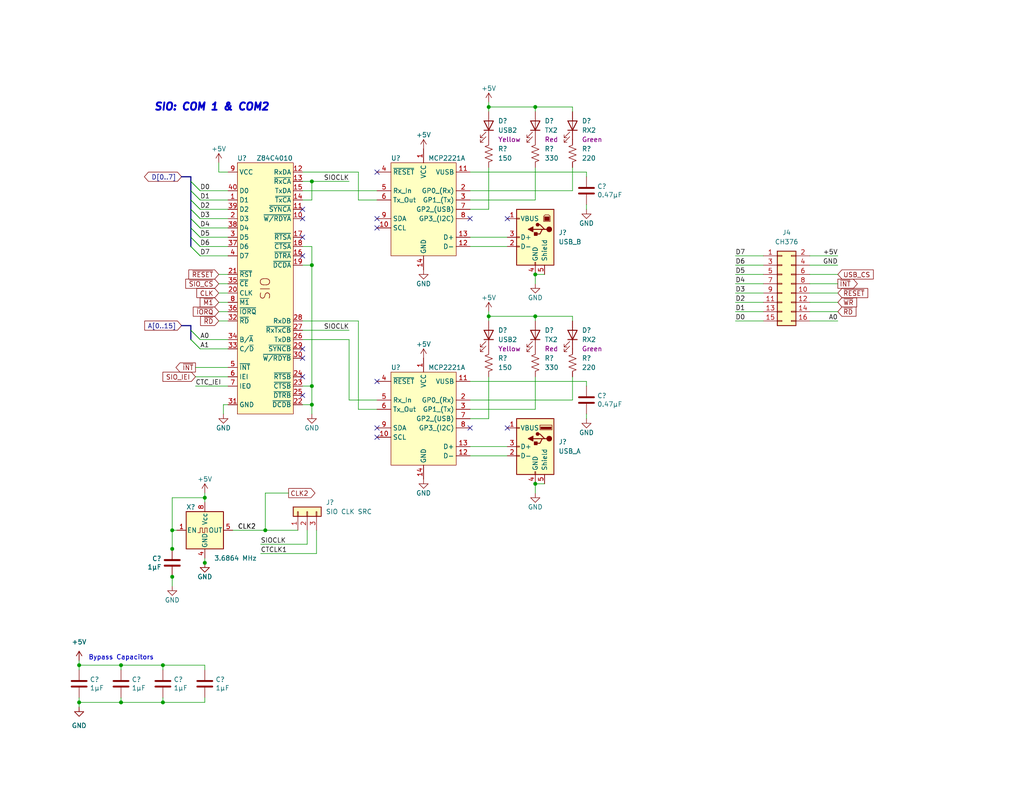
<source format=kicad_sch>
(kicad_sch (version 20230121) (generator eeschema)
  (paper "USLetter")
  (title_block (title "Main board with basic peripherals") (date "2023-08-26") (rev "2") (company "Frédéric Segard") (comment 1 "@microhobbyist") (comment 4 "A big thank you to John Winans, Grant Searle and Sergey Kiselev for their inspiration"))
  (lib_symbols
    (symbol "+5V_1" (power) (pin_names (offset 0))
      (property "Value" "+5V_1" (at 0 3.556 0))
      (symbol "+5V_1_1_1"
        (pin power_in line (at 0 0 90) (length 0) hide (name "+5V") (number "1"))
      )
    )
    (symbol "0_Library:MCP2221A"
      (property "Reference" "U" (at -10.16 1.27 0))
      (property "Value" "MCP2221A" (at 1.27 1.27 0))
      (symbol "MCP2221A_1_1"
        (pin power_in line (at 0 3.81 270) (length 3.81) (name "VCC") (number "1"))
        (pin bidirectional line (at -12.7 -17.78 0) (length 3.81) (name "SCL") (number "10"))
        (pin power_out line (at 12.7 -2.54 180) (length 3.81) (name "VUSB") (number "11"))
        (pin bidirectional line (at 12.7 -22.86 180) (length 3.81) (name "D-") (number "12"))
        (pin bidirectional line (at 12.7 -20.32 180) (length 3.81) (name "D+") (number "13"))
        (pin power_in line (at 0 -29.21 90) (length 3.81) (name "GND") (number "14"))
        (pin bidirectional line (at 12.7 -7.62 180) (length 3.81) (name "GP0_(Rx)") (number "2"))
        (pin bidirectional line (at 12.7 -10.16 180) (length 3.81) (name "GP1_(Tx)") (number "3"))
        (pin input line (at -12.7 -2.54 0) (length 3.81) (name "~{RESET}") (number "4"))
        (pin input line (at -12.7 -7.62 0) (length 3.81) (name "Rx_In") (number "5"))
        (pin output line (at -12.7 -10.16 0) (length 3.81) (name "Tx_Out") (number "6"))
        (pin bidirectional line (at 12.7 -12.7 180) (length 3.81) (name "GP2_(USB)") (number "7"))
        (pin bidirectional line (at 12.7 -15.24 180) (length 3.81) (name "GP3_(I2C)") (number "8"))
        (pin bidirectional line (at -12.7 -15.24 0) (length 3.81) (name "SDA") (number "9"))
      )
    )
    (symbol "0_Library:Z84C40xx SIO"
      (property "Reference" "U" (at -7.62 1.27 0))
      (property "Value" "Z84C40xx SIO" (at 1.27 1.27 0))
      (symbol "Z84C40xx SIO_0_0"
        (text "SIO" (at 0 -34.29 900) (effects (font (size 2.54 2.54))))
      )
      (symbol "Z84C40xx SIO_1_1"
        (pin bidirectional line (at -10.16 -10.16 0) (length 2.54) (name "D1") (number "1"))
        (pin output line (at 10.16 -15.24 180) (length 2.54) (name "~{W/RDYA}") (number "10"))
        (pin bidirectional line (at 10.16 -12.7 180) (length 2.54) (name "~{SYNCA}") (number "11"))
        (pin input line (at 10.16 -2.54 180) (length 2.54) (name "RxDA") (number "12"))
        (pin input line (at 10.16 -5.08 180) (length 2.54) (name "~{RxCA}") (number "13"))
        (pin input line (at 10.16 -10.16 180) (length 2.54) (name "~{TxCA}") (number "14"))
        (pin output line (at 10.16 -7.62 180) (length 2.54) (name "TxDA") (number "15"))
        (pin output line (at 10.16 -25.4 180) (length 2.54) (name "~{DTRA}") (number "16"))
        (pin output line (at 10.16 -20.32 180) (length 2.54) (name "~{RTSA}") (number "17"))
        (pin input line (at 10.16 -22.86 180) (length 2.54) (name "~{CTSA}") (number "18"))
        (pin input line (at 10.16 -27.94 180) (length 2.54) (name "~{DCDA}") (number "19"))
        (pin bidirectional line (at -10.16 -15.24 0) (length 2.54) (name "D3") (number "2"))
        (pin input line (at -10.16 -35.56 0) (length 2.54) (name "CLK") (number "20"))
        (pin input line (at -10.16 -30.48 0) (length 2.54) (name "~{RST}") (number "21"))
        (pin input line (at 10.16 -66.04 180) (length 2.54) (name "~{DCDB}") (number "22"))
        (pin input line (at 10.16 -60.96 180) (length 2.54) (name "~{CTSB}") (number "23"))
        (pin output line (at 10.16 -58.42 180) (length 2.54) (name "~{RTSB}") (number "24"))
        (pin output line (at 10.16 -63.5 180) (length 2.54) (name "~{DTRB}") (number "25"))
        (pin output line (at 10.16 -48.26 180) (length 2.54) (name "TxDB") (number "26"))
        (pin input line (at 10.16 -45.72 180) (length 2.54) (name "~{RxTxCB}") (number "27"))
        (pin input line (at 10.16 -43.18 180) (length 2.54) (name "RxDB") (number "28"))
        (pin bidirectional line (at 10.16 -50.8 180) (length 2.54) (name "~{SYNCB}") (number "29"))
        (pin bidirectional line (at -10.16 -20.32 0) (length 2.54) (name "D5") (number "3"))
        (pin output line (at 10.16 -53.34 180) (length 2.54) (name "~{W/RDYB}") (number "30"))
        (pin power_in line (at -10.16 -66.04 0) (length 2.54) (name "GND") (number "31"))
        (pin input line (at -10.16 -43.18 0) (length 2.54) (name "~{RD}") (number "32"))
        (pin input line (at -10.16 -50.8 0) (length 2.54) (name "C/~{D}") (number "33"))
        (pin input line (at -10.16 -48.26 0) (length 2.54) (name "B/~{A}") (number "34"))
        (pin input line (at -10.16 -33.02 0) (length 2.54) (name "~{CE}") (number "35"))
        (pin input line (at -10.16 -40.64 0) (length 2.54) (name "~{IORQ}") (number "36"))
        (pin bidirectional line (at -10.16 -22.86 0) (length 2.54) (name "D6") (number "37"))
        (pin bidirectional line (at -10.16 -17.78 0) (length 2.54) (name "D4") (number "38"))
        (pin bidirectional line (at -10.16 -12.7 0) (length 2.54) (name "D2") (number "39"))
        (pin bidirectional line (at -10.16 -25.4 0) (length 2.54) (name "D7") (number "4"))
        (pin bidirectional line (at -10.16 -7.62 0) (length 2.54) (name "D0") (number "40"))
        (pin open_collector line (at -10.16 -55.88 0) (length 2.54) (name "~{INT}") (number "5"))
        (pin input line (at -10.16 -58.42 0) (length 2.54) (name "IEI") (number "6"))
        (pin output line (at -10.16 -60.96 0) (length 2.54) (name "IEO") (number "7"))
        (pin input line (at -10.16 -38.1 0) (length 2.54) (name "~{M1}") (number "8"))
        (pin power_in line (at -10.16 -2.54 0) (length 2.54) (name "VCC") (number "9"))
      )
    )
    (symbol "Connector:USB_A" (pin_names (offset 1.016))
      (property "Reference" "J" (at -5.08 11.43 0))
      (property "Value" "USB_A" (at -5.08 8.89 0))
      (symbol "USB_A_1_1"
        (pin power_in line (at 7.62 5.08 180) (length 2.54) (name "VBUS") (number "1"))
        (pin bidirectional line (at 7.62 -2.54 180) (length 2.54) (name "D-") (number "2"))
        (pin bidirectional line (at 7.62 0 180) (length 2.54) (name "D+") (number "3"))
        (pin power_in line (at 0 -10.16 90) (length 2.54) (name "GND") (number "4"))
        (pin passive line (at -2.54 -10.16 90) (length 2.54) (name "Shield") (number "5"))
      )
    )
    (symbol "Connector:USB_B" (pin_names (offset 1.016))
      (property "Reference" "J" (at -5.08 11.43 0))
      (property "Value" "USB_B" (at -5.08 8.89 0))
      (symbol "USB_B_1_1"
        (pin power_out line (at 7.62 5.08 180) (length 2.54) (name "VBUS") (number "1"))
        (pin bidirectional line (at 7.62 -2.54 180) (length 2.54) (name "D-") (number "2"))
        (pin bidirectional line (at 7.62 0 180) (length 2.54) (name "D+") (number "3"))
        (pin power_out line (at 0 -10.16 90) (length 2.54) (name "GND") (number "4"))
        (pin passive line (at -2.54 -10.16 90) (length 2.54) (name "Shield") (number "5"))
      )
    )
    (symbol "Connector_Generic:Conn_01x03" (pin_names (offset 1.016) hide)
      (property "Reference" "J" (at 0 5.08 0))
      (property "Value" "Conn_01x03" (at 0 -5.08 0))
      (symbol "Conn_01x03_1_1"
        (pin passive line (at -5.08 2.54 0) (length 3.81) (name "Pin_1") (number "1"))
        (pin passive line (at -5.08 0 0) (length 3.81) (name "Pin_2") (number "2"))
        (pin passive line (at -5.08 -2.54 0) (length 3.81) (name "Pin_3") (number "3"))
      )
    )
    (symbol "Connector_Generic:Conn_02x08_Odd_Even" (pin_names (offset 1.016) hide)
      (property "Reference" "J" (at 1.27 10.16 0))
      (property "Value" "Conn_02x08_Odd_Even" (at 1.27 -12.7 0))
      (symbol "Conn_02x08_Odd_Even_1_1"
        (pin passive line (at -5.08 7.62 0) (length 3.81) (name "Pin_1") (number "1"))
        (pin passive line (at 7.62 -2.54 180) (length 3.81) (name "Pin_10") (number "10"))
        (pin passive line (at -5.08 -5.08 0) (length 3.81) (name "Pin_11") (number "11"))
        (pin passive line (at 7.62 -5.08 180) (length 3.81) (name "Pin_12") (number "12"))
        (pin passive line (at -5.08 -7.62 0) (length 3.81) (name "Pin_13") (number "13"))
        (pin passive line (at 7.62 -7.62 180) (length 3.81) (name "Pin_14") (number "14"))
        (pin passive line (at -5.08 -10.16 0) (length 3.81) (name "Pin_15") (number "15"))
        (pin passive line (at 7.62 -10.16 180) (length 3.81) (name "Pin_16") (number "16"))
        (pin passive line (at 7.62 7.62 180) (length 3.81) (name "Pin_2") (number "2"))
        (pin passive line (at -5.08 5.08 0) (length 3.81) (name "Pin_3") (number "3"))
        (pin passive line (at 7.62 5.08 180) (length 3.81) (name "Pin_4") (number "4"))
        (pin passive line (at -5.08 2.54 0) (length 3.81) (name "Pin_5") (number "5"))
        (pin passive line (at 7.62 2.54 180) (length 3.81) (name "Pin_6") (number "6"))
        (pin passive line (at -5.08 0 0) (length 3.81) (name "Pin_7") (number "7"))
        (pin passive line (at 7.62 0 180) (length 3.81) (name "Pin_8") (number "8"))
        (pin passive line (at -5.08 -2.54 0) (length 3.81) (name "Pin_9") (number "9"))
      )
    )
    (symbol "Device:C" (pin_numbers hide) (pin_names (offset 0.254))
      (property "Reference" "C" (at 0.635 2.54 0))
      (property "Value" "C" (at 0.635 -2.54 0))
      (symbol "C_1_1"
        (pin passive line (at 0 3.81 270) (length 2.794) (name "~") (number "1"))
        (pin passive line (at 0 -3.81 90) (length 2.794) (name "~") (number "2"))
      )
    )
    (symbol "Device:LED" (pin_numbers hide) (pin_names (offset 1.016) hide)
      (property "Reference" "D" (at 0 2.54 0))
      (property "Value" "LED" (at 0 -2.54 0))
      (symbol "LED_1_1"
        (pin passive line (at -3.81 0 0) (length 2.54) (name "K") (number "1"))
        (pin passive line (at 3.81 0 180) (length 2.54) (name "A") (number "2"))
      )
    )
    (symbol "Device:R_US" (pin_numbers hide) (pin_names (offset 0))
      (property "Reference" "R" (at 2.54 0 90))
      (property "Value" "R_US" (at -2.54 0 90))
      (symbol "R_US_1_1"
        (pin passive line (at 0 3.81 270) (length 1.27) (name "~") (number "1"))
        (pin passive line (at 0 -3.81 90) (length 1.27) (name "~") (number "2"))
      )
    )
    (symbol "GND_1" (power) (pin_names (offset 0))
      (property "Value" "GND_1" (at 0 -3.81 0))
      (symbol "GND_1_1_1"
        (pin power_in line (at 0 0 270) (length 0) hide (name "GND") (number "1"))
      )
    )
    (symbol "GND_2" (power) (pin_names (offset 0))
      (property "Value" "GND_2" (at 0 -3.81 0))
      (symbol "GND_2_1_1"
        (pin power_in line (at 0 0 270) (length 0) hide (name "GND") (number "1"))
      )
    )
    (symbol "Oscillator:CXO_DIP8" (pin_names (offset 0.254))
      (property "Reference" "X" (at -5.08 6.35 0))
      (property "Value" "CXO_DIP8" (at 1.27 -6.35 0))
      (symbol "CXO_DIP8_1_1"
        (pin input line (at -7.62 0 0) (length 2.54) (name "EN") (number "1"))
        (pin power_in line (at 0 -7.62 90) (length 2.54) (name "GND") (number "4"))
        (pin output line (at 7.62 0 180) (length 2.54) (name "OUT") (number "5"))
        (pin power_in line (at 0 7.62 270) (length 2.54) (name "Vcc") (number "8"))
      )
    )
  )
  (junction (at 133.35 29.21))
  (junction (at 85.09 105.41))
  (junction (at 21.59 191.77))
  (junction (at 44.45 191.77))
  (junction (at 146.05 132.08))
  (junction (at 44.45 181.61))
  (junction (at 21.59 181.61))
  (junction (at 146.05 86.36))
  (junction (at 46.99 149.86))
  (junction (at 146.05 74.93))
  (junction (at 55.88 135.89))
  (junction (at 46.99 144.78))
  (junction (at 133.35 86.36))
  (junction (at 85.09 110.49))
  (junction (at 72.39 144.78))
  (junction (at 146.05 29.21))
  (junction (at 85.09 72.39))
  (junction (at 33.02 191.77))
  (junction (at 46.99 157.48))
  (junction (at 85.09 49.53))
  (junction (at 55.88 153.67))
  (junction (at 33.02 181.61))
  (no_connect (at 102.87 59.69))
  (no_connect (at 82.55 69.85))
  (no_connect (at 102.87 116.84))
  (no_connect (at 82.55 102.87))
  (no_connect (at 82.55 57.15))
  (no_connect (at 82.55 64.77))
  (no_connect (at 128.27 116.84))
  (no_connect (at 82.55 97.79))
  (no_connect (at 82.55 95.25))
  (no_connect (at 128.27 59.69))
  (no_connect (at 102.87 119.38))
  (no_connect (at 102.87 62.23))
  (no_connect (at 82.55 107.95))
  (no_connect (at 138.43 116.84))
  (no_connect (at 102.87 104.14))
  (no_connect (at 138.43 59.69))
  (no_connect (at 82.55 59.69))
  (no_connect (at 102.87 46.99))
  (bus_entry (at 52.07 67.31) (size 2.54 2.54))
  (bus_entry (at 52.07 67.31) (size 2.54 2.54))
  (bus_entry (at 52.07 59.69) (size 2.54 2.54))
  (bus_entry (at 52.07 59.69) (size 2.54 2.54))
  (bus_entry (at 52.07 54.61) (size 2.54 2.54))
  (bus_entry (at 52.07 54.61) (size 2.54 2.54))
  (bus_entry (at 52.07 57.15) (size 2.54 2.54))
  (bus_entry (at 52.07 57.15) (size 2.54 2.54))
  (bus_entry (at 52.07 49.53) (size 2.54 2.54))
  (bus_entry (at 52.07 49.53) (size 2.54 2.54))
  (bus_entry (at 52.07 64.77) (size 2.54 2.54))
  (bus_entry (at 52.07 64.77) (size 2.54 2.54))
  (bus_entry (at 52.07 90.17) (size 2.54 2.54))
  (bus_entry (at 52.07 90.17) (size 2.54 2.54))
  (bus_entry (at 52.07 92.71) (size 2.54 2.54))
  (bus_entry (at 52.07 92.71) (size 2.54 2.54))
  (bus_entry (at 52.07 52.07) (size 2.54 2.54))
  (bus_entry (at 52.07 52.07) (size 2.54 2.54))
  (bus_entry (at 52.07 62.23) (size 2.54 2.54))
  (bus_entry (at 52.07 62.23) (size 2.54 2.54))
  (wire (pts (xy 160.02 48.26) (xy 160.02 46.99)))
  (wire (pts (xy 156.21 87.63) (xy 156.21 86.36)))
  (wire (pts (xy 160.02 105.41) (xy 160.02 104.14)))
  (wire (pts (xy 72.39 144.78) (xy 72.39 134.62)))
  (wire (pts (xy 54.61 95.25) (xy 62.23 95.25)))
  (wire (pts (xy 59.69 77.47) (xy 62.23 77.47)))
  (wire (pts (xy 46.99 144.78) (xy 48.26 144.78)))
  (wire (pts (xy 220.98 72.39) (xy 228.6 72.39)))
  (wire (pts (xy 53.34 105.41) (xy 62.23 105.41)))
  (wire (pts (xy 128.27 114.3) (xy 133.35 114.3)))
  (wire (pts (xy 85.09 67.31) (xy 85.09 72.39)))
  (wire (pts (xy 85.09 49.53) (xy 85.09 54.61)))
  (wire (pts (xy 82.55 67.31) (xy 85.09 67.31)))
  (wire (pts (xy 54.61 62.23) (xy 62.23 62.23)))
  (wire (pts (xy 156.21 52.07) (xy 128.27 52.07)))
  (wire (pts (xy 44.45 191.77) (xy 55.88 191.77)))
  (wire (pts (xy 71.12 151.13) (xy 86.36 151.13)))
  (wire (pts (xy 21.59 181.61) (xy 21.59 182.88)))
  (wire (pts (xy 156.21 86.36) (xy 146.05 86.36)))
  (wire (pts (xy 82.55 54.61) (xy 85.09 54.61)))
  (wire (pts (xy 102.87 111.76) (xy 97.79 111.76)))
  (wire (pts (xy 200.66 87.63) (xy 208.28 87.63)))
  (wire (pts (xy 146.05 74.93) (xy 146.05 77.47)))
  (wire (pts (xy 44.45 182.88) (xy 44.45 181.61)))
  (wire (pts (xy 33.02 190.5) (xy 33.02 191.77)))
  (wire (pts (xy 82.55 105.41) (xy 85.09 105.41)))
  (wire (pts (xy 55.88 182.88) (xy 55.88 181.61)))
  (wire (pts (xy 156.21 109.22) (xy 128.27 109.22)))
  (wire (pts (xy 60.96 110.49) (xy 60.96 113.03)))
  (wire (pts (xy 160.02 104.14) (xy 128.27 104.14)))
  (wire (pts (xy 156.21 30.48) (xy 156.21 29.21)))
  (wire (pts (xy 44.45 190.5) (xy 44.45 191.77)))
  (wire (pts (xy 72.39 134.62) (xy 78.74 134.62)))
  (wire (pts (xy 220.98 77.47) (xy 228.6 77.47)))
  (wire (pts (xy 146.05 86.36) (xy 133.35 86.36)))
  (wire (pts (xy 53.34 100.33) (xy 62.23 100.33)))
  (wire (pts (xy 54.61 54.61) (xy 62.23 54.61)))
  (bus (pts (xy 52.07 92.71) (xy 52.07 90.17)))
  (wire (pts (xy 160.02 57.15) (xy 160.02 55.88)))
  (bus (pts (xy 49.53 88.9) (xy 52.07 88.9)))
  (wire (pts (xy 55.88 181.61) (xy 44.45 181.61)))
  (wire (pts (xy 220.98 80.01) (xy 228.6 80.01)))
  (wire (pts (xy 133.35 102.87) (xy 133.35 114.3)))
  (wire (pts (xy 55.88 135.89) (xy 55.88 137.16)))
  (wire (pts (xy 200.66 85.09) (xy 208.28 85.09)))
  (wire (pts (xy 46.99 160.02) (xy 46.99 157.48)))
  (wire (pts (xy 160.02 46.99) (xy 128.27 46.99)))
  (wire (pts (xy 146.05 29.21) (xy 133.35 29.21)))
  (bus (pts (xy 52.07 64.77) (xy 52.07 62.23)))
  (wire (pts (xy 82.55 72.39) (xy 85.09 72.39)))
  (wire (pts (xy 85.09 49.53) (xy 95.25 49.53)))
  (wire (pts (xy 54.61 69.85) (xy 62.23 69.85)))
  (wire (pts (xy 71.12 148.59) (xy 83.82 148.59)))
  (wire (pts (xy 59.69 87.63) (xy 62.23 87.63)))
  (wire (pts (xy 54.61 57.15) (xy 62.23 57.15)))
  (wire (pts (xy 133.35 86.36) (xy 133.35 85.09)))
  (bus (pts (xy 52.07 59.69) (xy 52.07 57.15)))
  (wire (pts (xy 82.55 52.07) (xy 102.87 52.07)))
  (wire (pts (xy 146.05 111.76) (xy 128.27 111.76)))
  (wire (pts (xy 54.61 59.69) (xy 62.23 59.69)))
  (wire (pts (xy 72.39 144.78) (xy 81.28 144.78)))
  (wire (pts (xy 146.05 74.93) (xy 148.59 74.93)))
  (bus (pts (xy 52.07 57.15) (xy 52.07 54.61)))
  (wire (pts (xy 200.66 72.39) (xy 208.28 72.39)))
  (wire (pts (xy 55.88 135.89) (xy 46.99 135.89)))
  (wire (pts (xy 46.99 135.89) (xy 46.99 144.78)))
  (wire (pts (xy 44.45 181.61) (xy 33.02 181.61)))
  (wire (pts (xy 128.27 124.46) (xy 138.43 124.46)))
  (wire (pts (xy 33.02 181.61) (xy 21.59 181.61)))
  (bus (pts (xy 52.07 49.53) (xy 52.07 48.26)))
  (wire (pts (xy 146.05 132.08) (xy 148.59 132.08)))
  (wire (pts (xy 82.55 90.17) (xy 95.25 90.17)))
  (wire (pts (xy 146.05 54.61) (xy 128.27 54.61)))
  (wire (pts (xy 128.27 64.77) (xy 138.43 64.77)))
  (wire (pts (xy 82.55 49.53) (xy 85.09 49.53)))
  (wire (pts (xy 33.02 182.88) (xy 33.02 181.61)))
  (wire (pts (xy 128.27 67.31) (xy 138.43 67.31)))
  (wire (pts (xy 128.27 121.92) (xy 138.43 121.92)))
  (bus (pts (xy 49.53 48.26) (xy 52.07 48.26)))
  (wire (pts (xy 200.66 77.47) (xy 208.28 77.47)))
  (wire (pts (xy 54.61 52.07) (xy 62.23 52.07)))
  (wire (pts (xy 21.59 191.77) (xy 33.02 191.77)))
  (wire (pts (xy 156.21 29.21) (xy 146.05 29.21)))
  (bus (pts (xy 52.07 67.31) (xy 52.07 64.77)))
  (wire (pts (xy 54.61 64.77) (xy 62.23 64.77)))
  (wire (pts (xy 63.5 144.78) (xy 72.39 144.78)))
  (wire (pts (xy 133.35 45.72) (xy 133.35 57.15)))
  (wire (pts (xy 59.69 82.55) (xy 62.23 82.55)))
  (wire (pts (xy 21.59 190.5) (xy 21.59 191.77)))
  (wire (pts (xy 220.98 82.55) (xy 228.6 82.55)))
  (bus (pts (xy 52.07 54.61) (xy 52.07 52.07)))
  (wire (pts (xy 200.66 74.93) (xy 208.28 74.93)))
  (wire (pts (xy 59.69 85.09) (xy 62.23 85.09)))
  (wire (pts (xy 46.99 144.78) (xy 46.99 149.86)))
  (wire (pts (xy 146.05 102.87) (xy 146.05 111.76)))
  (wire (pts (xy 85.09 72.39) (xy 85.09 105.41)))
  (wire (pts (xy 220.98 74.93) (xy 228.6 74.93)))
  (wire (pts (xy 146.05 45.72) (xy 146.05 54.61)))
  (wire (pts (xy 82.55 110.49) (xy 85.09 110.49)))
  (wire (pts (xy 82.55 46.99) (xy 97.79 46.99)))
  (wire (pts (xy 59.69 80.01) (xy 62.23 80.01)))
  (wire (pts (xy 83.82 148.59) (xy 83.82 144.78)))
  (wire (pts (xy 200.66 80.01) (xy 208.28 80.01)))
  (wire (pts (xy 128.27 57.15) (xy 133.35 57.15)))
  (wire (pts (xy 86.36 151.13) (xy 86.36 144.78)))
  (wire (pts (xy 95.25 92.71) (xy 82.55 92.71)))
  (wire (pts (xy 85.09 110.49) (xy 85.09 113.03)))
  (wire (pts (xy 55.88 190.5) (xy 55.88 191.77)))
  (wire (pts (xy 62.23 110.49) (xy 60.96 110.49)))
  (wire (pts (xy 59.69 44.45) (xy 59.69 46.99)))
  (wire (pts (xy 21.59 180.34) (xy 21.59 181.61)))
  (wire (pts (xy 53.34 102.87) (xy 62.23 102.87)))
  (wire (pts (xy 200.66 69.85) (xy 208.28 69.85)))
  (bus (pts (xy 52.07 90.17) (xy 52.07 88.9)))
  (bus (pts (xy 52.07 62.23) (xy 52.07 59.69)))
  (wire (pts (xy 55.88 153.67) (xy 55.88 152.4)))
  (wire (pts (xy 156.21 45.72) (xy 156.21 52.07)))
  (bus (pts (xy 52.07 52.07) (xy 52.07 49.53)))
  (wire (pts (xy 97.79 46.99) (xy 97.79 54.61)))
  (wire (pts (xy 95.25 109.22) (xy 102.87 109.22)))
  (wire (pts (xy 54.61 67.31) (xy 62.23 67.31)))
  (wire (pts (xy 82.55 87.63) (xy 97.79 87.63)))
  (wire (pts (xy 156.21 102.87) (xy 156.21 109.22)))
  (wire (pts (xy 85.09 105.41) (xy 85.09 110.49)))
  (wire (pts (xy 220.98 87.63) (xy 228.6 87.63)))
  (wire (pts (xy 220.98 85.09) (xy 228.6 85.09)))
  (wire (pts (xy 133.35 87.63) (xy 133.35 86.36)))
  (wire (pts (xy 146.05 87.63) (xy 146.05 86.36)))
  (wire (pts (xy 220.98 69.85) (xy 228.6 69.85)))
  (wire (pts (xy 62.23 46.99) (xy 59.69 46.99)))
  (wire (pts (xy 33.02 191.77) (xy 44.45 191.77)))
  (wire (pts (xy 133.35 29.21) (xy 133.35 27.94)))
  (wire (pts (xy 55.88 134.62) (xy 55.88 135.89)))
  (wire (pts (xy 146.05 132.08) (xy 146.05 134.62)))
  (wire (pts (xy 97.79 87.63) (xy 97.79 111.76)))
  (wire (pts (xy 133.35 30.48) (xy 133.35 29.21)))
  (wire (pts (xy 54.61 92.71) (xy 62.23 92.71)))
  (wire (pts (xy 146.05 30.48) (xy 146.05 29.21)))
  (wire (pts (xy 59.69 74.93) (xy 62.23 74.93)))
  (wire (pts (xy 21.59 191.77) (xy 21.59 193.04)))
  (wire (pts (xy 102.87 54.61) (xy 97.79 54.61)))
  (wire (pts (xy 95.25 109.22) (xy 95.25 92.71)))
  (wire (pts (xy 160.02 114.3) (xy 160.02 113.03)))
  (wire (pts (xy 200.66 82.55) (xy 208.28 82.55)))
  (text "SIO: COM 1 & COM2" (at 41.91 30.48 0) (effects (font (size 2 2) (thickness 0.508) bold italic) (justify left bottom)))
  (text "Bypass Capacitors" (at 24.13 180.34 0) (effects (font (size 1.27 1.27)) (justify left bottom)))
  (text "Bypass Capacitors" (at 24.13 180.34 0) (effects (font (size 1.27 1.27)) (justify left bottom)))
  (label "CTC_IEI" (at 53.34 105.41 0))
  (label "GND" (at 228.6 72.39 180))
  (label "CTCLK1" (at 71.12 151.13 0))
  (label "SIOCLK" (at 71.12 148.59 0))
  (label "CLK2" (at 69.85 144.78 180))
  (label "D5" (at 54.61 64.77 0))
  (label "A1" (at 54.61 95.25 0))
  (label "D2" (at 200.66 82.55 0))
  (label "SIOCLK" (at 95.25 49.53 180))
  (label "D1" (at 54.61 54.61 0))
  (label "SIOCLK" (at 95.25 90.17 180))
  (label "A0" (at 54.61 92.71 0))
  (label "D0" (at 200.66 87.63 0))
  (label "D4" (at 200.66 77.47 0))
  (label "D6" (at 200.66 72.39 0))
  (label "+5V" (at 228.6 69.85 180))
  (label "D6" (at 54.61 67.31 0))
  (label "D0" (at 54.61 52.07 0))
  (label "A0" (at 228.6 87.63 180))
  (label "CLK2" (at 69.85 144.78 180))
  (label "D1" (at 200.66 85.09 0))
  (label "D3" (at 54.61 59.69 0))
  (label "D5" (at 200.66 74.93 0))
  (label "D4" (at 54.61 62.23 0))
  (label "D3" (at 200.66 80.01 0))
  (label "D7" (at 54.61 69.85 0))
  (label "D2" (at 54.61 57.15 0))
  (label "D7" (at 200.66 69.85 0))
  (global_label "~{RESET}" (shape input) (at 228.6 80.01 0) (property "Intersheetrefs" "${INTERSHEET_REFS}" (effects hide)))
  (global_label "USB_CS" (shape input) (at 228.6 74.93 0) (property "Intersheetrefs" "${INTERSHEET_REFS}" (effects hide)))
  (global_label "~{SIO_CS}" (shape input) (at 59.69 77.47 180) (property "Intersheetrefs" "${INTERSHEET_REFS}" (effects hide)))
  (global_label "~{INT}" (shape output) (at 228.6 77.47 0) (property "Intersheetrefs" "${INTERSHEET_REFS}" (effects hide)))
  (global_label "~{RD}" (shape input) (at 228.6 85.09 0) (property "Intersheetrefs" "${INTERSHEET_REFS}" (effects hide)))
  (global_label "CLK" (shape input) (at 59.69 80.01 180) (property "Intersheetrefs" "${INTERSHEET_REFS}" (effects hide)))
  (global_label "~{RESET}" (shape input) (at 59.69 74.93 180) (property "Intersheetrefs" "${INTERSHEET_REFS}" (effects hide)))
  (global_label "SIO_IEI" (shape input) (at 53.34 102.87 180) (property "Intersheetrefs" "${INTERSHEET_REFS}" (effects hide)))
  (global_label "~{INT}" (shape output) (at 53.34 100.33 180) (property "Intersheetrefs" "${INTERSHEET_REFS}" (effects hide)))
  (global_label "CLK2" (shape output) (at 78.74 134.62 0) (property "Intersheetrefs" "${INTERSHEET_REFS}" (effects hide)))
  (global_label "~{M1}" (shape input) (at 59.69 82.55 180) (property "Intersheetrefs" "${INTERSHEET_REFS}" (effects hide)))
  (global_label "~{RD}" (shape input) (at 59.69 87.63 180) (property "Intersheetrefs" "${INTERSHEET_REFS}" (effects hide)))
  (global_label "~{WR}" (shape input) (at 228.6 82.55 0) (property "Intersheetrefs" "${INTERSHEET_REFS}" (effects hide)))
  (global_label "~{IORQ}" (shape input) (at 59.69 85.09 180) (property "Intersheetrefs" "${INTERSHEET_REFS}" (effects hide)))
  (global_label "A[0..15]" (shape input) (at 49.53 88.9 180) (property "Intersheetrefs" "${INTERSHEET_REFS}" (effects hide)))
  (global_label "D[0..7]" (shape bidirectional) (at 49.53 48.26 180) (property "Intersheetrefs" "${INTERSHEET_REFS}" (effects hide)))
  (symbol (lib_id "Device:C") (at 21.59 186.69 0) (unit 1)
    (property "Reference" "C?" (at 24.511 185.5216 0) (effects (justify left)))
    (property "Value" "1µF" (at 24.511 187.833 0) (effects (justify left)))
    (property "Footprint" "Capacitor_THT:C_Disc_D3.0mm_W1.6mm_P2.50mm" (effects hide))
    (instances (project "1 - Main CPU board with basic peripherals (rev5)" (path "" (reference "C?") (unit 1))) (project "2 - CPU and memory card with the essential peripherals" (path "" (reference "C?") (unit 1))) (project "3 - Quad Serial card v3" (path "" (reference "C?") (unit 1)) (path "" (reference "C?") (unit 1))) (project "1 - Main CPU board with basic peripherals (rev6)" (path "" (reference "C14") (unit 1))))
  )
  (symbol (lib_id "Device:C") (at 46.99 153.67 0) (mirror y) (unit 1)
    (property "Reference" "C?" (at 44.069 152.5016 0) (effects (justify left)))
    (property "Value" "1µF" (at 44.069 154.813 0) (effects (justify left)))
    (property "Footprint" "Capacitor_THT:C_Disc_D3.0mm_W1.6mm_P2.50mm" (effects hide))
    (instances (project "1 - Main CPU board with basic peripherals (rev5)" (path "" (reference "C?") (unit 1))) (project "1 - Main CPU card with CTC, SIO and PIO" (path "" (reference "C?") (unit 1))) (project "0 - Card edge backplane v2" (path "" (reference "C?") (unit 1))) (project "1 - Main CPU board with basic peripherals (rev6)" (path "" (reference "C?") (unit 1)) (path "" (reference "C12") (unit 1))))
  )
  (symbol (lib_id "Device:R_US") (at 156.21 41.91 0) (mirror x) (unit 1)
    (property "Reference" "R?" (at 158.75 40.64 0) (effects (justify left)))
    (property "Value" "220" (at 158.75 43.18 0) (effects (justify left)))
    (property "Footprint" "Resistor_THT:R_Axial_DIN0207_L6.3mm_D2.5mm_P10.16mm_Horizontal" (effects hide))
    (instances (project "1 - Main CPU board with basic peripherals (rev5)" (path "" (reference "R?") (unit 1))) (project "1 - Main CPU card with CTC, SIO and PIO" (path "" (reference "R?") (unit 1)) (path "" (reference "R?") (unit 1))) (project "0 - Card edge backplane v2" (path "" (reference "R?") (unit 1))) (project "1 - Main CPU board with basic peripherals (rev6)" (path "" (reference "R3") (unit 1))))
  )
  (symbol (lib_name "GND_1") (lib_id "power:GND") (at 160.02 57.15 0) (unit 1)
    (property "Reference" "#PWR?" (effects hide))
    (property "Value" "GND" (at 160.02 60.96 0))
    (instances (project "1 - Main CPU board with basic peripherals (rev5)" (path "" (reference "#PWR?") (unit 1))) (project "2 - CPU and memory card with the essential peripherals" (path "" (reference "#PWR?") (unit 1))) (project "3 - Quad Serial card v3" (path "" (reference "#PWR?") (unit 1)) (path "" (reference "#PWR?") (unit 1)) (path "" (reference "#PWR?") (unit 1))) (project "1 - Main CPU board with basic peripherals (rev6)" (path "" (reference "#PWR035") (unit 1))))
  )
  (symbol (lib_name "+5V_1") (lib_id "power:+5V") (at 21.59 180.34 0) (unit 1)
    (property "Reference" "#PWR?" (effects hide))
    (property "Value" "+5V" (at 21.59 175.26 0))
    (instances (project "1 - Main CPU board with basic peripherals (rev5)" (path "" (reference "#PWR?") (unit 1))) (project "2 - CPU and memory card with the essential peripherals" (path "" (reference "#PWR?") (unit 1))) (project "3 - Quad Serial card v3" (path "" (reference "#PWR?") (unit 1)) (path "" (reference "#PWR?") (unit 1))) (project "1 - Main CPU board with basic peripherals (rev6)" (path "" (reference "#PWR050") (unit 1))))
  )
  (symbol (lib_id "0_Library:MCP2221A") (at 115.57 44.45 0) (unit 1)
    (property "Reference" "U?" (at 106.68 43.18 0) (effects (justify left)))
    (property "Value" "MCP2221A" (at 116.84 43.18 0) (effects (justify left)))
    (property "Footprint" "Package_DIP:DIP-14_W7.62mm_Socket" (effects hide))
    (property "Datasheet" "https://ww1.microchip.com/downloads/aemDocuments/documents/APID/ProductDocuments/DataSheets/MCP2221A-Data-Sheet-20005565E.pdf" (effects hide))
    (instances (project "1 - Main CPU board with basic peripherals (rev5)" (path "" (reference "U?") (unit 1))) (project "1 - Main CPU board with basic peripherals (rev6)" (path "" (reference "U11") (unit 1))))
  )
  (symbol (lib_id "Device:LED") (at 133.35 91.44 270) (mirror x) (unit 1)
    (property "Reference" "D?" (at 135.89 90.17 90) (effects (justify left)))
    (property "Value" "USB2" (at 135.89 92.71 90) (effects (justify left)))
    (property "Footprint" "LED_THT:LED_D3.0mm_Horizontal_O1.27mm_Z2.0mm_Clear" (effects hide))
    (property "Color" "Yellow" (at 135.89 95.25 90) (effects (justify left)))
    (instances (project "1 - Main CPU board with basic peripherals (rev5)" (path "" (reference "D?") (unit 1))) (project "1 - Main CPU card with CTC, SIO and PIO" (path "" (reference "D?") (unit 1)) (path "" (reference "D?") (unit 1))) (project "0 - Card edge backplane v2" (path "" (reference "D?") (unit 1))) (project "1 - Main CPU board with basic peripherals (rev6)" (path "" (reference "D4") (unit 1))))
  )
  (symbol (lib_name "GND_1") (lib_id "power:GND") (at 146.05 77.47 0) (mirror y) (unit 1)
    (property "Reference" "#PWR?" (effects hide))
    (property "Value" "GND" (at 146.05 81.28 0))
    (instances (project "1 - Main CPU board with basic peripherals (rev5)" (path "" (reference "#PWR?") (unit 1))) (project "2 - CPU and memory card with the essential peripherals" (path "" (reference "#PWR?") (unit 1))) (project "3 - Quad Serial card v3" (path "" (reference "#PWR?") (unit 1)) (path "" (reference "#PWR?") (unit 1)) (path "" (reference "#PWR?") (unit 1))) (project "1 - Main CPU board with basic peripherals (rev6)" (path "" (reference "#PWR037") (unit 1))))
  )
  (symbol (lib_id "0_Library:MCP2221A") (at 115.57 101.6 0) (unit 1)
    (property "Reference" "U?" (at 106.68 100.33 0) (effects (justify left)))
    (property "Value" "MCP2221A" (at 116.84 100.33 0) (effects (justify left)))
    (property "Footprint" "Package_DIP:DIP-14_W7.62mm_Socket" (effects hide))
    (property "Datasheet" "https://ww1.microchip.com/downloads/aemDocuments/documents/APID/ProductDocuments/DataSheets/MCP2221A-Data-Sheet-20005565E.pdf" (effects hide))
    (instances (project "1 - Main CPU board with basic peripherals (rev5)" (path "" (reference "U?") (unit 1))) (project "1 - Main CPU board with basic peripherals (rev6)" (path "" (reference "U13") (unit 1))))
  )
  (symbol (lib_id "Device:LED") (at 133.35 34.29 270) (mirror x) (unit 1)
    (property "Reference" "D?" (at 135.89 33.02 90) (effects (justify left)))
    (property "Value" "USB2" (at 135.89 35.56 90) (effects (justify left)))
    (property "Footprint" "LED_THT:LED_D3.0mm_Horizontal_O1.27mm_Z2.0mm_Clear" (effects hide))
    (property "Color" "Yellow" (at 135.89 38.1 90) (effects (justify left)))
    (instances (project "1 - Main CPU board with basic peripherals (rev5)" (path "" (reference "D?") (unit 1))) (project "1 - Main CPU card with CTC, SIO and PIO" (path "" (reference "D?") (unit 1)) (path "" (reference "D?") (unit 1))) (project "0 - Card edge backplane v2" (path "" (reference "D?") (unit 1))) (project "1 - Main CPU board with basic peripherals (rev6)" (path "" (reference "D1") (unit 1))))
  )
  (symbol (lib_id "Device:LED") (at 146.05 34.29 270) (mirror x) (unit 1)
    (property "Reference" "D?" (at 148.59 33.02 90) (effects (justify left)))
    (property "Value" "TX2" (at 148.59 35.56 90) (effects (justify left)))
    (property "Footprint" "LED_THT:LED_D3.0mm_Horizontal_O1.27mm_Z2.0mm_Clear" (effects hide))
    (property "Color" "Red" (at 148.59 38.1 90) (effects (justify left)))
    (instances (project "1 - Main CPU board with basic peripherals (rev5)" (path "" (reference "D?") (unit 1))) (project "1 - Main CPU card with CTC, SIO and PIO" (path "" (reference "D?") (unit 1)) (path "" (reference "D?") (unit 1))) (project "0 - Card edge backplane v2" (path "" (reference "D?") (unit 1))) (project "1 - Main CPU board with basic peripherals (rev6)" (path "" (reference "D2") (unit 1))))
  )
  (symbol (lib_name "GND_2") (lib_id "power:GND") (at 46.99 160.02 0) (unit 1)
    (property "Reference" "#PWR?" (effects hide))
    (property "Value" "GND" (at 46.99 163.83 0))
    (instances (project "1 - Main CPU board with basic peripherals (rev5)" (path "" (reference "#PWR?") (unit 1))) (project "1 - ATX 16 bit ISA passive backplane" (path "" (reference "#PWR?") (unit 1))) (project "1 - Main CPU board with basic peripherals (rev6)" (path "" (reference "#PWR?") (unit 1)) (path "" (reference "#PWR049") (unit 1))))
  )
  (symbol (lib_name "GND_1") (lib_id "power:GND") (at 115.57 73.66 0) (unit 1)
    (property "Reference" "#PWR?" (effects hide))
    (property "Value" "GND" (at 115.57 77.47 0))
    (instances (project "1 - Main CPU board with basic peripherals (rev5)" (path "" (reference "#PWR?") (unit 1))) (project "2 - CPU and memory card with the essential peripherals" (path "" (reference "#PWR?") (unit 1))) (project "3 - Quad Serial card v3" (path "" (reference "#PWR?") (unit 1)) (path "" (reference "#PWR?") (unit 1)) (path "" (reference "#PWR?") (unit 1))) (project "1 - Main CPU board with basic peripherals (rev6)" (path "" (reference "#PWR036") (unit 1))))
  )
  (symbol (lib_id "Connector_Generic:Conn_01x03") (at 83.82 139.7 90) (unit 1)
    (property "Reference" "J?" (at 88.9 137.16 90) (effects (justify right)))
    (property "Value" "SIO CLK SRC" (at 88.9 139.7 90) (effects (justify right)))
    (property "Footprint" "Connector_PinHeader_2.54mm:PinHeader_1x03_P2.54mm_Vertical" (effects hide))
    (instances (project "1 - Main CPU board with basic peripherals (rev5)" (path "" (reference "J?") (unit 1))) (project "1 - Main CPU board with basic peripherals (rev6)" (path "" (reference "J3") (unit 1))))
  )
  (symbol (lib_id "Connector:USB_B") (at 146.05 64.77 0) (mirror y) (unit 1)
    (property "Reference" "J?" (at 152.4 63.5 0) (effects (justify right)))
    (property "Value" "USB_B" (at 152.4 66.04 0) (effects (justify right)))
    (property "Footprint" "Connector_USB:USB_B_Lumberg_2411_02_Horizontal" (effects hide))
    (property "Datasheet" " ~" (effects hide))
    (instances (project "1 - Main CPU board with basic peripherals (rev5)" (path "" (reference "J?") (unit 1))) (project "1 - Main CPU board with basic peripherals (rev6)" (path "" (reference "J1") (unit 1))))
  )
  (symbol (lib_id "Oscillator:CXO_DIP8") (at 55.88 144.78 0) (unit 1)
    (property "Reference" "X?" (at 52.07 138.43 0))
    (property "Value" "3.6864 MHz" (at 58.42 152.4 0) (effects (justify left)))
    (property "Footprint" "0_Library:DIP-8-4_W7.62mm_Oscillator_Socket" (effects hide))
    (property "Datasheet" "http://cdn-reichelt.de/documents/datenblatt/B400/OSZI.pdf" (effects hide))
    (instances (project "1 - Main CPU board with basic peripherals (rev5)" (path "" (reference "X?") (unit 1))) (project "1 - Main CPU card with CTC, SIO and PIO" (path "" (reference "X?") (unit 1))) (project "0 - Card edge backplane v2" (path "" (reference "X?") (unit 1))) (project "1 - Main CPU board with basic peripherals (rev6)" (path "" (reference "X?") (unit 1)) (path "" (reference "X2") (unit 1))))
  )
  (symbol (lib_id "Device:C") (at 33.02 186.69 0) (unit 1)
    (property "Reference" "C?" (at 35.941 185.5216 0) (effects (justify left)))
    (property "Value" "1µF" (at 35.941 187.833 0) (effects (justify left)))
    (property "Footprint" "Capacitor_THT:C_Disc_D3.0mm_W1.6mm_P2.50mm" (effects hide))
    (instances (project "1 - Main CPU board with basic peripherals (rev5)" (path "" (reference "C?") (unit 1))) (project "2 - CPU and memory card with the essential peripherals" (path "" (reference "C?") (unit 1))) (project "3 - Quad Serial card v3" (path "" (reference "C?") (unit 1)) (path "" (reference "C?") (unit 1))) (project "1 - Main CPU board with basic peripherals (rev6)" (path "" (reference "C15") (unit 1))))
  )
  (symbol (lib_id "Device:LED") (at 146.05 91.44 270) (mirror x) (unit 1)
    (property "Reference" "D?" (at 148.59 90.17 90) (effects (justify left)))
    (property "Value" "TX2" (at 148.59 92.71 90) (effects (justify left)))
    (property "Footprint" "LED_THT:LED_D3.0mm_Horizontal_O1.27mm_Z2.0mm_Clear" (effects hide))
    (property "Color" "Red" (at 148.59 95.25 90) (effects (justify left)))
    (instances (project "1 - Main CPU board with basic peripherals (rev5)" (path "" (reference "D?") (unit 1))) (project "1 - Main CPU card with CTC, SIO and PIO" (path "" (reference "D?") (unit 1)) (path "" (reference "D?") (unit 1))) (project "0 - Card edge backplane v2" (path "" (reference "D?") (unit 1))) (project "1 - Main CPU board with basic peripherals (rev6)" (path "" (reference "D5") (unit 1))))
  )
  (symbol (lib_id "Device:C") (at 160.02 109.22 0) (unit 1)
    (property "Reference" "C?" (at 162.941 108.0516 0) (effects (justify left)))
    (property "Value" "0.47µF" (at 162.941 110.363 0) (effects (justify left)))
    (property "Footprint" "Capacitor_THT:C_Disc_D3.0mm_W1.6mm_P2.50mm" (effects hide))
    (instances (project "1 - Main CPU board with basic peripherals (rev5)" (path "" (reference "C?") (unit 1))) (project "2 - CPU and memory card with the essential peripherals" (path "" (reference "C?") (unit 1))) (project "3 - Quad Serial card v3" (path "" (reference "C?") (unit 1)) (path "" (reference "C?") (unit 1))) (project "1 - Main CPU board with basic peripherals (rev6)" (path "" (reference "C11") (unit 1))))
  )
  (symbol (lib_id "Connector:USB_A") (at 146.05 121.92 0) (mirror y) (unit 1)
    (property "Reference" "J?" (at 152.4 120.65 0) (effects (justify right)))
    (property "Value" "USB_A" (at 152.4 123.19 0) (effects (justify right)))
    (property "Footprint" "Connector_USB:USB_A_Stewart_SS-52100-001_Horizontal" (effects hide))
    (property "Datasheet" " ~" (effects hide))
    (instances (project "1 - Main CPU board with basic peripherals (rev5)" (path "" (reference "J?") (unit 1))) (project "1 - Main CPU board with basic peripherals (rev6)" (path "" (reference "J2") (unit 1))))
  )
  (symbol (lib_id "Device:C") (at 44.45 186.69 0) (unit 1)
    (property "Reference" "C?" (at 47.371 185.5216 0) (effects (justify left)))
    (property "Value" "1µF" (at 47.371 187.833 0) (effects (justify left)))
    (property "Footprint" "Capacitor_THT:C_Disc_D3.0mm_W1.6mm_P2.50mm" (effects hide))
    (instances (project "1 - Main CPU board with basic peripherals (rev5)" (path "" (reference "C?") (unit 1))) (project "2 - CPU and memory card with the essential peripherals" (path "" (reference "C?") (unit 1))) (project "3 - Quad Serial card v3" (path "" (reference "C?") (unit 1)) (path "" (reference "C?") (unit 1))) (project "1 - Main CPU board with basic peripherals (rev6)" (path "" (reference "C16") (unit 1))))
  )
  (symbol (lib_id "Device:LED") (at 156.21 34.29 270) (mirror x) (unit 1)
    (property "Reference" "D?" (at 158.75 33.02 90) (effects (justify left)))
    (property "Value" "RX2" (at 158.75 35.56 90) (effects (justify left)))
    (property "Footprint" "LED_THT:LED_D3.0mm_Horizontal_O1.27mm_Z2.0mm_Clear" (effects hide))
    (property "Color" "Green" (at 158.75 38.1 90) (effects (justify left)))
    (instances (project "1 - Main CPU board with basic peripherals (rev5)" (path "" (reference "D?") (unit 1))) (project "1 - Main CPU card with CTC, SIO and PIO" (path "" (reference "D?") (unit 1)) (path "" (reference "D?") (unit 1))) (project "0 - Card edge backplane v2" (path "" (reference "D?") (unit 1))) (project "1 - Main CPU board with basic peripherals (rev6)" (path "" (reference "D3") (unit 1))))
  )
  (symbol (lib_name "+5V_1") (lib_id "power:+5V") (at 115.57 97.79 0) (unit 1)
    (property "Reference" "#PWR?" (effects hide))
    (property "Value" "+5V" (at 115.57 93.98 0))
    (instances (project "1 - Main CPU board with basic peripherals (rev5)" (path "" (reference "#PWR?") (unit 1))) (project "2 - CPU and memory card with the essential peripherals" (path "" (reference "#PWR?") (unit 1))) (project "3 - Quad Serial card v3" (path "" (reference "#PWR?") (unit 1)) (path "" (reference "#PWR?") (unit 1))) (project "1 - Main CPU board with basic peripherals (rev6)" (path "" (reference "#PWR039") (unit 1))))
  )
  (symbol (lib_id "Device:R_US") (at 133.35 99.06 0) (mirror x) (unit 1)
    (property "Reference" "R?" (at 135.89 97.79 0) (effects (justify left)))
    (property "Value" "150" (at 135.89 100.33 0) (effects (justify left)))
    (property "Footprint" "Resistor_THT:R_Axial_DIN0207_L6.3mm_D2.5mm_P10.16mm_Horizontal" (effects hide))
    (instances (project "1 - Main CPU board with basic peripherals (rev5)" (path "" (reference "R?") (unit 1))) (project "1 - Main CPU card with CTC, SIO and PIO" (path "" (reference "R?") (unit 1)) (path "" (reference "R?") (unit 1))) (project "0 - Card edge backplane v2" (path "" (reference "R?") (unit 1))) (project "1 - Main CPU board with basic peripherals (rev6)" (path "" (reference "R4") (unit 1))))
  )
  (symbol (lib_name "GND_1") (lib_id "power:GND") (at 160.02 114.3 0) (unit 1)
    (property "Reference" "#PWR?" (effects hide))
    (property "Value" "GND" (at 160.02 118.11 0))
    (instances (project "1 - Main CPU board with basic peripherals (rev5)" (path "" (reference "#PWR?") (unit 1))) (project "2 - CPU and memory card with the essential peripherals" (path "" (reference "#PWR?") (unit 1))) (project "3 - Quad Serial card v3" (path "" (reference "#PWR?") (unit 1)) (path "" (reference "#PWR?") (unit 1)) (path "" (reference "#PWR?") (unit 1))) (project "1 - Main CPU board with basic peripherals (rev6)" (path "" (reference "#PWR042") (unit 1))))
  )
  (symbol (lib_id "Device:C") (at 46.99 153.67 0) (mirror y) (unit 1)
    (property "Reference" "C?" (at 44.069 152.5016 0) (effects (justify left)))
    (property "Value" "1µF" (at 44.069 154.813 0) (effects (justify left)))
    (property "Footprint" "Capacitor_THT:C_Disc_D3.0mm_W1.6mm_P2.50mm" (effects hide))
    (instances (project "1 - Main CPU board with basic peripherals (rev5)" (path "" (reference "C?") (unit 1))) (project "1 - Main CPU card with CTC, SIO and PIO" (path "" (reference "C?") (unit 1))) (project "0 - Card edge backplane v2" (path "" (reference "C?") (unit 1))) (project "1 - Main CPU board with basic peripherals (rev6)" (path "" (reference "C?") (unit 1)) (path "" (reference "C13") (unit 1))))
  )
  (symbol (lib_id "Device:R_US") (at 146.05 99.06 0) (mirror x) (unit 1)
    (property "Reference" "R?" (at 148.59 97.79 0) (effects (justify left)))
    (property "Value" "330" (at 148.59 100.33 0) (effects (justify left)))
    (property "Footprint" "Resistor_THT:R_Axial_DIN0207_L6.3mm_D2.5mm_P10.16mm_Horizontal" (effects hide))
    (instances (project "1 - Main CPU board with basic peripherals (rev5)" (path "" (reference "R?") (unit 1))) (project "1 - Main CPU card with CTC, SIO and PIO" (path "" (reference "R?") (unit 1)) (path "" (reference "R?") (unit 1))) (project "0 - Card edge backplane v2" (path "" (reference "R?") (unit 1))) (project "1 - Main CPU board with basic peripherals (rev6)" (path "" (reference "R5") (unit 1))))
  )
  (symbol (lib_name "+5V_1") (lib_id "power:+5V") (at 133.35 27.94 0) (unit 1)
    (property "Reference" "#PWR?" (effects hide))
    (property "Value" "+5V" (at 133.35 24.13 0))
    (instances (project "1 - Main CPU board with basic peripherals (rev5)" (path "" (reference "#PWR?") (unit 1))) (project "2 - CPU and memory card with the essential peripherals" (path "" (reference "#PWR?") (unit 1))) (project "3 - Quad Serial card v3" (path "" (reference "#PWR?") (unit 1)) (path "" (reference "#PWR?") (unit 1))) (project "1 - Main CPU board with basic peripherals (rev6)" (path "" (reference "#PWR031") (unit 1))))
  )
  (symbol (lib_name "+5V_1") (lib_id "power:+5V") (at 133.35 85.09 0) (unit 1)
    (property "Reference" "#PWR?" (effects hide))
    (property "Value" "+5V" (at 133.35 81.28 0))
    (instances (project "1 - Main CPU board with basic peripherals (rev5)" (path "" (reference "#PWR?") (unit 1))) (project "2 - CPU and memory card with the essential peripherals" (path "" (reference "#PWR?") (unit 1))) (project "3 - Quad Serial card v3" (path "" (reference "#PWR?") (unit 1)) (path "" (reference "#PWR?") (unit 1))) (project "1 - Main CPU board with basic peripherals (rev6)" (path "" (reference "#PWR038") (unit 1))))
  )
  (symbol (lib_id "Device:R_US") (at 146.05 41.91 0) (mirror x) (unit 1)
    (property "Reference" "R?" (at 148.59 40.64 0) (effects (justify left)))
    (property "Value" "330" (at 148.59 43.18 0) (effects (justify left)))
    (property "Footprint" "Resistor_THT:R_Axial_DIN0207_L6.3mm_D2.5mm_P10.16mm_Horizontal" (effects hide))
    (instances (project "1 - Main CPU board with basic peripherals (rev5)" (path "" (reference "R?") (unit 1))) (project "1 - Main CPU card with CTC, SIO and PIO" (path "" (reference "R?") (unit 1)) (path "" (reference "R?") (unit 1))) (project "0 - Card edge backplane v2" (path "" (reference "R?") (unit 1))) (project "1 - Main CPU board with basic peripherals (rev6)" (path "" (reference "R2") (unit 1))))
  )
  (symbol (lib_name "GND_2") (lib_id "power:GND") (at 55.88 153.67 0) (unit 1)
    (property "Reference" "#PWR?" (effects hide))
    (property "Value" "GND" (at 55.88 157.48 0))
    (instances (project "1 - Main CPU board with basic peripherals (rev5)" (path "" (reference "#PWR?") (unit 1))) (project "1 - ATX 16 bit ISA passive backplane" (path "" (reference "#PWR?") (unit 1))) (project "1 - Main CPU board with basic peripherals (rev6)" (path "" (reference "#PWR?") (unit 1)) (path "" (reference "#PWR047") (unit 1))))
  )
  (symbol (lib_name "+5V_1") (lib_id "power:+5V") (at 59.69 44.45 0) (unit 1)
    (property "Reference" "#PWR?" (effects hide))
    (property "Value" "+5V" (at 59.69 40.64 0))
    (instances (project "1 - Main CPU board with basic peripherals (rev5)" (path "" (reference "#PWR?") (unit 1))) (project "2 - CPU and memory card with the essential peripherals" (path "" (reference "#PWR?") (unit 1))) (project "3 - Quad Serial card v3" (path "" (reference "#PWR?") (unit 1)) (path "" (reference "#PWR?") (unit 1))) (project "1 - Main CPU board with basic peripherals (rev6)" (path "" (reference "#PWR033") (unit 1))))
  )
  (symbol (lib_name "GND_2") (lib_id "power:GND") (at 55.88 153.67 0) (unit 1)
    (property "Reference" "#PWR?" (effects hide))
    (property "Value" "GND" (at 55.88 157.48 0))
    (instances (project "1 - Main CPU board with basic peripherals (rev5)" (path "" (reference "#PWR?") (unit 1))) (project "1 - ATX 16 bit ISA passive backplane" (path "" (reference "#PWR?") (unit 1))) (project "1 - Main CPU board with basic peripherals (rev6)" (path "" (reference "#PWR?") (unit 1)) (path "" (reference "#PWR048") (unit 1))))
  )
  (symbol (lib_name "GND_1") (lib_id "power:GND") (at 21.59 193.04 0) (unit 1)
    (property "Reference" "#PWR?" (effects hide))
    (property "Value" "GND" (at 21.59 198.12 0))
    (instances (project "1 - Main CPU board with basic peripherals (rev5)" (path "" (reference "#PWR?") (unit 1))) (project "2 - CPU and memory card with the essential peripherals" (path "" (reference "#PWR?") (unit 1))) (project "3 - Quad Serial card v3" (path "" (reference "#PWR?") (unit 1)) (path "" (reference "#PWR?") (unit 1))) (project "1 - Main CPU board with basic peripherals (rev6)" (path "" (reference "#PWR052") (unit 1))))
  )
  (symbol (lib_name "GND_1") (lib_id "power:GND") (at 115.57 130.81 0) (mirror y) (unit 1)
    (property "Reference" "#PWR?" (effects hide))
    (property "Value" "GND" (at 115.57 134.62 0))
    (instances (project "1 - Main CPU board with basic peripherals (rev5)" (path "" (reference "#PWR?") (unit 1))) (project "2 - CPU and memory card with the essential peripherals" (path "" (reference "#PWR?") (unit 1))) (project "3 - Quad Serial card v3" (path "" (reference "#PWR?") (unit 1)) (path "" (reference "#PWR?") (unit 1)) (path "" (reference "#PWR?") (unit 1))) (project "1 - Main CPU board with basic peripherals (rev6)" (path "" (reference "#PWR044") (unit 1))))
  )
  (symbol (lib_name "+5V_1") (lib_id "power:+5V") (at 21.59 180.34 0) (unit 1)
    (property "Reference" "#PWR?" (effects hide))
    (property "Value" "+5V" (at 21.59 175.26 0))
    (instances (project "1 - Main CPU board with basic peripherals (rev5)" (path "" (reference "#PWR?") (unit 1))) (project "2 - CPU and memory card with the essential peripherals" (path "" (reference "#PWR?") (unit 1))) (project "3 - Quad Serial card v3" (path "" (reference "#PWR?") (unit 1)) (path "" (reference "#PWR?") (unit 1))) (project "1 - Main CPU board with basic peripherals (rev6)" (path "" (reference "#PWR051") (unit 1))))
  )
  (symbol (lib_id "Device:LED") (at 156.21 91.44 270) (mirror x) (unit 1)
    (property "Reference" "D?" (at 158.75 90.17 90) (effects (justify left)))
    (property "Value" "RX2" (at 158.75 92.71 90) (effects (justify left)))
    (property "Footprint" "LED_THT:LED_D3.0mm_Horizontal_O1.27mm_Z2.0mm_Clear" (effects hide))
    (property "Color" "Green" (at 158.75 95.25 90) (effects (justify left)))
    (instances (project "1 - Main CPU board with basic peripherals (rev5)" (path "" (reference "D?") (unit 1))) (project "1 - Main CPU card with CTC, SIO and PIO" (path "" (reference "D?") (unit 1)) (path "" (reference "D?") (unit 1))) (project "0 - Card edge backplane v2" (path "" (reference "D?") (unit 1))) (project "1 - Main CPU board with basic peripherals (rev6)" (path "" (reference "D6") (unit 1))))
  )
  (symbol (lib_name "GND_1") (lib_id "power:GND") (at 146.05 134.62 0) (mirror y) (unit 1)
    (property "Reference" "#PWR?" (effects hide))
    (property "Value" "GND" (at 146.05 138.43 0))
    (instances (project "1 - Main CPU board with basic peripherals (rev5)" (path "" (reference "#PWR?") (unit 1))) (project "2 - CPU and memory card with the essential peripherals" (path "" (reference "#PWR?") (unit 1))) (project "3 - Quad Serial card v3" (path "" (reference "#PWR?") (unit 1)) (path "" (reference "#PWR?") (unit 1)) (path "" (reference "#PWR?") (unit 1))) (project "1 - Main CPU board with basic peripherals (rev6)" (path "" (reference "#PWR046") (unit 1))))
  )
  (symbol (lib_name "GND_1") (lib_id "power:GND") (at 60.96 113.03 0) (unit 1)
    (property "Reference" "#PWR?" (effects hide))
    (property "Value" "GND" (at 60.96 116.84 0))
    (instances (project "1 - Main CPU board with basic peripherals (rev5)" (path "" (reference "#PWR?") (unit 1))) (project "2 - CPU and memory card with the essential peripherals" (path "" (reference "#PWR?") (unit 1))) (project "3 - Quad Serial card v3" (path "" (reference "#PWR?") (unit 1)) (path "" (reference "#PWR?") (unit 1))) (project "1 - Main CPU board with basic peripherals (rev6)" (path "" (reference "#PWR040") (unit 1))))
  )
  (symbol (lib_id "Device:R_US") (at 156.21 99.06 0) (mirror x) (unit 1)
    (property "Reference" "R?" (at 158.75 97.79 0) (effects (justify left)))
    (property "Value" "220" (at 158.75 100.33 0) (effects (justify left)))
    (property "Footprint" "Resistor_THT:R_Axial_DIN0207_L6.3mm_D2.5mm_P10.16mm_Horizontal" (effects hide))
    (instances (project "1 - Main CPU board with basic peripherals (rev5)" (path "" (reference "R?") (unit 1))) (project "1 - Main CPU card with CTC, SIO and PIO" (path "" (reference "R?") (unit 1)) (path "" (reference "R?") (unit 1))) (project "0 - Card edge backplane v2" (path "" (reference "R?") (unit 1))) (project "1 - Main CPU board with basic peripherals (rev6)" (path "" (reference "R6") (unit 1))))
  )
  (symbol (lib_id "Device:R_US") (at 133.35 41.91 0) (mirror x) (unit 1)
    (property "Reference" "R?" (at 135.89 40.64 0) (effects (justify left)))
    (property "Value" "150" (at 135.89 43.18 0) (effects (justify left)))
    (property "Footprint" "Resistor_THT:R_Axial_DIN0207_L6.3mm_D2.5mm_P10.16mm_Horizontal" (effects hide))
    (instances (project "1 - Main CPU board with basic peripherals (rev5)" (path "" (reference "R?") (unit 1))) (project "1 - Main CPU card with CTC, SIO and PIO" (path "" (reference "R?") (unit 1)) (path "" (reference "R?") (unit 1))) (project "0 - Card edge backplane v2" (path "" (reference "R?") (unit 1))) (project "1 - Main CPU board with basic peripherals (rev6)" (path "" (reference "R1") (unit 1))))
  )
  (symbol (lib_name "GND_1") (lib_id "power:GND") (at 85.09 113.03 0) (unit 1)
    (property "Reference" "#PWR?" (effects hide))
    (property "Value" "GND" (at 85.09 116.84 0))
    (instances (project "1 - Main CPU board with basic peripherals (rev5)" (path "" (reference "#PWR?") (unit 1))) (project "2 - CPU and memory card with the essential peripherals" (path "" (reference "#PWR?") (unit 1))) (project "3 - Quad Serial card v3" (path "" (reference "#PWR?") (unit 1)) (path "" (reference "#PWR?") (unit 1))) (project "1 - Main CPU board with basic peripherals (rev6)" (path "" (reference "#PWR041") (unit 1))))
  )
  (symbol (lib_name "+5V_1") (lib_id "power:+5V") (at 115.57 40.64 0) (unit 1)
    (property "Reference" "#PWR?" (effects hide))
    (property "Value" "+5V" (at 115.57 36.83 0))
    (instances (project "1 - Main CPU board with basic peripherals (rev5)" (path "" (reference "#PWR?") (unit 1))) (project "2 - CPU and memory card with the essential peripherals" (path "" (reference "#PWR?") (unit 1))) (project "3 - Quad Serial card v3" (path "" (reference "#PWR?") (unit 1)) (path "" (reference "#PWR?") (unit 1))) (project "1 - Main CPU board with basic peripherals (rev6)" (path "" (reference "#PWR032") (unit 1))))
  )
  (symbol (lib_id "Device:C") (at 160.02 52.07 0) (unit 1)
    (property "Reference" "C?" (at 162.941 50.9016 0) (effects (justify left)))
    (property "Value" "0.47µF" (at 162.941 53.213 0) (effects (justify left)))
    (property "Footprint" "Capacitor_THT:C_Disc_D3.0mm_W1.6mm_P2.50mm" (effects hide))
    (instances (project "1 - Main CPU board with basic peripherals (rev5)" (path "" (reference "C?") (unit 1))) (project "2 - CPU and memory card with the essential peripherals" (path "" (reference "C?") (unit 1))) (project "3 - Quad Serial card v3" (path "" (reference "C?") (unit 1)) (path "" (reference "C?") (unit 1))) (project "1 - Main CPU board with basic peripherals (rev6)" (path "" (reference "C10") (unit 1))))
  )
  (symbol (lib_id "Device:C") (at 55.88 186.69 0) (unit 1)
    (property "Reference" "C?" (at 58.801 185.5216 0) (effects (justify left)))
    (property "Value" "1µF" (at 58.801 187.833 0) (effects (justify left)))
    (property "Footprint" "Capacitor_THT:C_Disc_D3.0mm_W1.6mm_P2.50mm" (effects hide))
    (instances (project "1 - Main CPU board with basic peripherals (rev5)" (path "" (reference "C?") (unit 1))) (project "2 - CPU and memory card with the essential peripherals" (path "" (reference "C?") (unit 1))) (project "3 - Quad Serial card v3" (path "" (reference "C?") (unit 1)) (path "" (reference "C?") (unit 1))) (project "1 - Main CPU board with basic peripherals (rev6)" (path "" (reference "C17") (unit 1))))
  )
  (symbol (lib_id "0_Library:Z84C40xx SIO") (at 72.39 44.45 0) (unit 1)
    (property "Reference" "U?" (at 66.04 43.18 0))
    (property "Value" "Z84C4010" (at 74.93 43.18 0))
    (property "Footprint" "Package_DIP:DIP-40_W15.24mm_Socket" (effects hide))
    (property "Datasheet" "https://www.mouser.ca/datasheet/2/240/zilgs00978_1-2584731.pdf" (effects hide))
    (instances (project "1 - Main CPU board with basic peripherals (rev5)" (path "" (reference "U?") (unit 1))) (project "2 - CPU and memory card with the essential peripherals" (path "" (reference "U?") (unit 1))) (project "3 - Quad Serial card v3" (path "" (reference "U?") (unit 1))) (project "1 - Main CPU board with basic peripherals (rev6)" (path "" (reference "U10") (unit 1))))
  )
  (symbol (lib_name "+5V_1") (lib_id "power:+5V") (at 55.88 134.62 0) (unit 1)
    (property "Reference" "#PWR?" (effects hide))
    (property "Value" "+5V" (at 55.88 130.81 0))
    (instances (project "1 - Main CPU board with basic peripherals (rev5)" (path "" (reference "#PWR?") (unit 1))) (project "0 - Card edge backplane v2" (path "" (reference "#PWR?") (unit 1))) (project "1 - Main CPU board with basic peripherals (rev6)" (path "" (reference "#PWR?") (unit 1)) (path "" (reference "#PWR045") (unit 1))))
  )
  (symbol (lib_name "GND_1") (lib_id "power:GND") (at 21.59 193.04 0) (unit 1)
    (property "Reference" "#PWR?" (effects hide))
    (property "Value" "GND" (at 21.59 198.12 0))
    (instances (project "1 - Main CPU board with basic peripherals (rev5)" (path "" (reference "#PWR?") (unit 1))) (project "2 - CPU and memory card with the essential peripherals" (path "" (reference "#PWR?") (unit 1))) (project "3 - Quad Serial card v3" (path "" (reference "#PWR?") (unit 1)) (path "" (reference "#PWR?") (unit 1))) (project "1 - Main CPU board with basic peripherals (rev6)" (path "" (reference "#PWR053") (unit 1))))
  )
  (symbol (lib_id "Connector_Generic:Conn_02x08_Odd_Even") (at 213.36 77.47 0) (unit 1)
    (property "Reference" "J4" (at 214.63 63.5 0))
    (property "Value" "CH376" (at 214.63 66.04 0))
    (property "Footprint" "Connector_PinSocket_2.54mm:PinSocket_2x08_P2.54mm_Vertical" (effects hide))
  )
)
</source>
